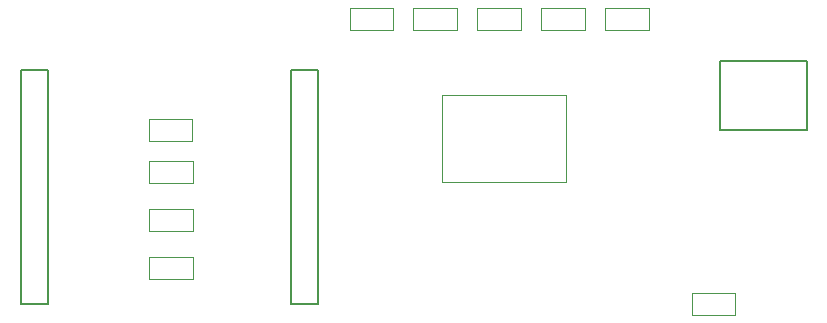
<source format=gbr>
G04 #@! TF.GenerationSoftware,KiCad,Pcbnew,(5.0.1-3-g963ef8bb5)*
G04 #@! TF.CreationDate,2019-04-05T16:02:28+08:00*
G04 #@! TF.ProjectId,cactus,6361637475732E6B696361645F706362,rev?*
G04 #@! TF.SameCoordinates,Original*
G04 #@! TF.FileFunction,Other,User*
%FSLAX46Y46*%
G04 Gerber Fmt 4.6, Leading zero omitted, Abs format (unit mm)*
G04 Created by KiCad (PCBNEW (5.0.1-3-g963ef8bb5)) date 2019 April 05, Friday 16:02:28*
%MOMM*%
%LPD*%
G01*
G04 APERTURE LIST*
%ADD10C,0.150000*%
%ADD11C,0.050000*%
G04 APERTURE END LIST*
D10*
G04 #@! TO.C,LOGO*
X183896000Y-60452000D02*
X176530000Y-60452000D01*
X176530000Y-60452000D02*
X176530000Y-66294000D01*
X176530000Y-66294000D02*
X183896000Y-66294000D01*
X183896000Y-66294000D02*
X183896000Y-60452000D01*
G04 #@! TO.C,U2*
X140208000Y-61214000D02*
X142494000Y-61214000D01*
X142494000Y-61214000D02*
X142494000Y-81026000D01*
X142494000Y-81026000D02*
X140208000Y-81026000D01*
X140208000Y-81026000D02*
X140208000Y-61214000D01*
X117348000Y-61214000D02*
X119634000Y-61214000D01*
X119634000Y-61214000D02*
X119634000Y-81026000D01*
X119634000Y-81026000D02*
X117348000Y-81026000D01*
X117348000Y-81026000D02*
X117348000Y-61214000D01*
D11*
G04 #@! TO.C,U3*
X152992000Y-63356000D02*
X163492000Y-63356000D01*
X152992000Y-70756000D02*
X163492000Y-70756000D01*
X152992000Y-63356000D02*
X152992000Y-70756000D01*
X163492000Y-63356000D02*
X163492000Y-70756000D01*
G04 #@! TO.C,C1*
X131889000Y-67244000D02*
X131889000Y-65344000D01*
X131889000Y-65344000D02*
X128189000Y-65344000D01*
X128189000Y-65344000D02*
X128189000Y-67244000D01*
X128189000Y-67244000D02*
X131889000Y-67244000D01*
G04 #@! TO.C,R1*
X145207000Y-57846000D02*
X148907000Y-57846000D01*
X145207000Y-55946000D02*
X145207000Y-57846000D01*
X148907000Y-55946000D02*
X145207000Y-55946000D01*
X148907000Y-57846000D02*
X148907000Y-55946000D01*
G04 #@! TO.C,R2*
X154309000Y-57846000D02*
X154309000Y-55946000D01*
X154309000Y-55946000D02*
X150609000Y-55946000D01*
X150609000Y-55946000D02*
X150609000Y-57846000D01*
X150609000Y-57846000D02*
X154309000Y-57846000D01*
G04 #@! TO.C,R3*
X156011000Y-57846000D02*
X159711000Y-57846000D01*
X156011000Y-55946000D02*
X156011000Y-57846000D01*
X159711000Y-55946000D02*
X156011000Y-55946000D01*
X159711000Y-57846000D02*
X159711000Y-55946000D01*
G04 #@! TO.C,R4*
X165113000Y-57846000D02*
X165113000Y-55946000D01*
X165113000Y-55946000D02*
X161413000Y-55946000D01*
X161413000Y-55946000D02*
X161413000Y-57846000D01*
X161413000Y-57846000D02*
X165113000Y-57846000D01*
G04 #@! TO.C,R5*
X166815000Y-57846000D02*
X170515000Y-57846000D01*
X166815000Y-55946000D02*
X166815000Y-57846000D01*
X170515000Y-55946000D02*
X166815000Y-55946000D01*
X170515000Y-57846000D02*
X170515000Y-55946000D01*
G04 #@! TO.C,R6*
X131907000Y-70800000D02*
X131907000Y-68900000D01*
X131907000Y-68900000D02*
X128207000Y-68900000D01*
X128207000Y-68900000D02*
X128207000Y-70800000D01*
X128207000Y-70800000D02*
X131907000Y-70800000D01*
G04 #@! TO.C,R7*
X128207000Y-74864000D02*
X131907000Y-74864000D01*
X128207000Y-72964000D02*
X128207000Y-74864000D01*
X131907000Y-72964000D02*
X128207000Y-72964000D01*
X131907000Y-74864000D02*
X131907000Y-72964000D01*
G04 #@! TO.C,R8*
X131907000Y-78928000D02*
X131907000Y-77028000D01*
X131907000Y-77028000D02*
X128207000Y-77028000D01*
X128207000Y-77028000D02*
X128207000Y-78928000D01*
X128207000Y-78928000D02*
X131907000Y-78928000D01*
G04 #@! TO.C,R9*
X174172000Y-80076000D02*
X174172000Y-81976000D01*
X174172000Y-81976000D02*
X177872000Y-81976000D01*
X177872000Y-81976000D02*
X177872000Y-80076000D01*
X177872000Y-80076000D02*
X174172000Y-80076000D01*
G04 #@! TD*
M02*

</source>
